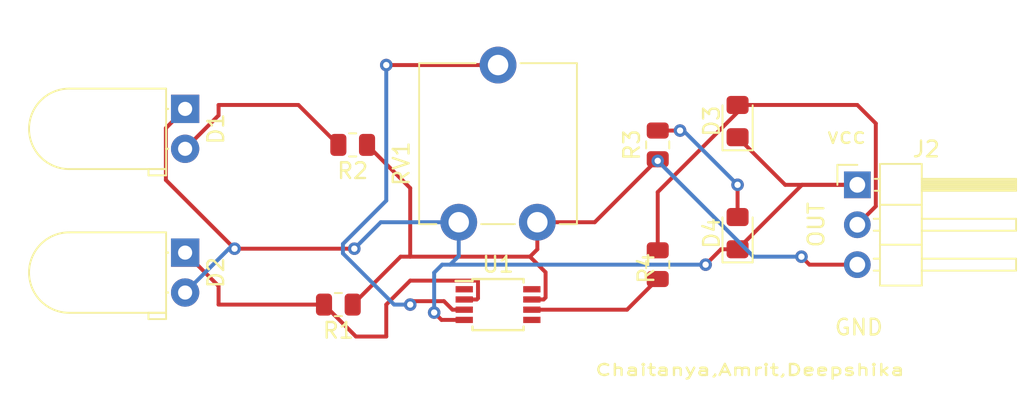
<source format=kicad_pcb>
(kicad_pcb (version 20221018) (generator pcbnew)
  (layers (0 "F.Cu" signal) (31 "B.Cu" signal) (34 "B.Paste" user) (35 "F.Paste" user) (36 "B.SilkS" user "B.Silkscreen") (37 "F.SilkS" user "F.Silkscreen") (38 "B.Mask" user) (39 "F.Mask" user) (44 "Edge.Cuts" user))
  (net 0 "")
  (net 1 "Net-(D1-K)")
  (net 2 "Net-(D1-A)")
  (net 3 "Net-(D2-K)")
  (net 4 "Net-(D3-A)")
  (net 5 "Net-(D4-A)")
  (net 6 "Net-(J2-Pin_3)")
  (net 7 "Net-(R4-Pad1)")
  (net 8 "Net-(U1-+)")
  (footprint "LED_THT:LED_D5.0mm_Horizontal_O1.27mm_Z3.0mm" (layer "F.Cu") (at 124.871 80.513 -90)
    (fp_text reference "D2" (at 1.27 -1.96 90) (layer "F.SilkS"))
    (fp_text value "D_Photo")
    (fp_line (start -1.29 1.21) (end -1.29 7.37) (stroke (width 0.12)) (layer "F.SilkS"))
    (fp_line (start -1.29 1.21) (end 3.83 1.21) (stroke (width 0.12)) (layer "F.SilkS"))
    (fp_line (start 0 1.08) (end 0 1.08) (stroke (width 0.12)) (layer "F.SilkS"))
    (fp_line (start 0 1.08) (end 0 1.21) (stroke (width 0.12)) (layer "F.SilkS"))
    (fp_line (start 0 1.21) (end 0 1.08) (stroke (width 0.12)) (layer "F.SilkS"))
    (fp_line (start 0 1.21) (end 0 1.21) (stroke (width 0.12)) (layer "F.SilkS"))
    (fp_line (start 2.54 1.08) (end 2.54 1.08) (stroke (width 0.12)) (layer "F.SilkS"))
    (fp_line (start 2.54 1.08) (end 2.54 1.21) (stroke (width 0.12)) (layer "F.SilkS"))
    (fp_line (start 2.54 1.21) (end 2.54 1.08) (stroke (width 0.12)) (layer "F.SilkS"))
    (fp_line (start 2.54 1.21) (end 2.54 1.21) (stroke (width 0.12)) (layer "F.SilkS"))
    (fp_line (start 3.83 1.21) (end 3.83 7.37) (stroke (width 0.12)) (layer "F.SilkS"))
    (fp_line (start 3.83 1.21) (end 4.23 1.21) (stroke (width 0.12)) (layer "F.SilkS"))
    (fp_line (start 3.83 2.33) (end 3.83 1.21) (stroke (width 0.12)) (layer "F.SilkS"))
    (fp_line (start 4.23 1.21) (end 4.23 2.33) (stroke (width 0.12)) (layer "F.SilkS"))
    (fp_line (start 4.23 2.33) (end 3.83 2.33) (stroke (width 0.12)) (layer "F.SilkS"))
    (fp_arc (start 3.83 7.37) (mid 1.27 9.93) (end -1.29 7.37) (stroke (width 0.12)) (layer "F.SilkS"))
    (pad "1" thru_hole rect (at 0 0 270) (size 1.8 1.8) (drill 0.9) (layers "*.Cu" "*.Mask") (net 3 "Net-(D2-K)"))
    (pad "2" thru_hole circle (at 2.54 0 270) (size 1.8 1.8) (drill 0.9) (layers "*.Cu" "*.Mask") (net 1 "Net-(D1-K)"))
  )
  (footprint "LED_SMD:LED_0805_2012Metric_Pad1.15x1.40mm_HandSolder" (layer "F.Cu") (at 160.02 72.145 90)
    (fp_text reference "D3" (at 0 -1.65 90) (layer "F.SilkS"))
    (fp_text value "OUT_LED")
    (fp_line (start -1.86 -0.96) (end -1.86 0.96) (stroke (width 0.12)) (layer "F.SilkS"))
    (fp_line (start -1.86 0.96) (end 1 0.96) (stroke (width 0.12)) (layer "F.SilkS"))
    (fp_line (start 1 -0.96) (end -1.86 -0.96) (stroke (width 0.12)) (layer "F.SilkS"))
    (pad "1" smd roundrect (at -1.025 0 90) (size 1.15 1.4) (layers "F.Cu" "F.Paste" "F.Mask") (roundrect_rratio 0.217391) (net 1 "Net-(D1-K)"))
    (pad "2" smd roundrect (at 1.025 0 90) (size 1.15 1.4) (layers "F.Cu" "F.Paste" "F.Mask") (roundrect_rratio 0.217391) (net 4 "Net-(D3-A)"))
  )
  (footprint "Resistor_SMD:R_0805_2012Metric" (layer "F.Cu") (at 154.94 73.66 90)
    (fp_text reference "R3" (at 0 -1.65 90) (layer "F.SilkS"))
    (fp_text value "330")
    (fp_line (start -0.227064 -0.735) (end 0.227064 -0.735) (stroke (width 0.12)) (layer "F.SilkS"))
    (fp_line (start -0.227064 0.735) (end 0.227064 0.735) (stroke (width 0.12)) (layer "F.SilkS"))
    (pad "1" smd roundrect (at -0.9125 0 90) (size 1.025 1.4) (layers "F.Cu" "F.Paste" "F.Mask") (roundrect_rratio 0.243902) (net 6 "Net-(J2-Pin_3)"))
    (pad "2" smd roundrect (at 0.9125 0 90) (size 1.025 1.4) (layers "F.Cu" "F.Paste" "F.Mask") (roundrect_rratio 0.243902) (net 5 "Net-(D4-A)"))
  )
  (footprint "Resistor_SMD:R_0805_2012Metric" (layer "F.Cu") (at 135.5325 73.66 180)
    (fp_text reference "R2" (at 0 -1.65) (layer "F.SilkS"))
    (fp_text value "330")
    (fp_line (start -0.227064 -0.735) (end 0.227064 -0.735) (stroke (width 0.12)) (layer "F.SilkS"))
    (fp_line (start -0.227064 0.735) (end 0.227064 0.735) (stroke (width 0.12)) (layer "F.SilkS"))
    (pad "1" smd roundrect (at -0.9125 0 180) (size 1.025 1.4) (layers "F.Cu" "F.Paste" "F.Mask") (roundrect_rratio 0.243902) (net 6 "Net-(J2-Pin_3)"))
    (pad "2" smd roundrect (at 0.9125 0 180) (size 1.025 1.4) (layers "F.Cu" "F.Paste" "F.Mask") (roundrect_rratio 0.243902) (net 2 "Net-(D1-A)"))
  )
  (footprint "Package_SO:TSSOP-8_3x3mm_P0.65mm" (layer "F.Cu") (at 144.78 83.82)
    (fp_text reference "U1" (at 0 -2.55) (layer "F.SilkS"))
    (fp_text value "LM741")
    (fp_line (start -1.625 -1.625) (end -1.625 -1.5) (stroke (width 0.15)) (layer "F.SilkS"))
    (fp_line (start -1.625 -1.625) (end 1.625 -1.625) (stroke (width 0.15)) (layer "F.SilkS"))
    (fp_line (start -1.625 -1.5) (end -2.7 -1.5) (stroke (width 0.15)) (layer "F.SilkS"))
    (fp_line (start -1.625 1.625) (end -1.625 1.4) (stroke (width 0.15)) (layer "F.SilkS"))
    (fp_line (start -1.625 1.625) (end 1.625 1.625) (stroke (width 0.15)) (layer "F.SilkS"))
    (fp_line (start 1.625 -1.625) (end 1.625 -1.4) (stroke (width 0.15)) (layer "F.SilkS"))
    (fp_line (start 1.625 1.625) (end 1.625 1.4) (stroke (width 0.15)) (layer "F.SilkS"))
    (pad "1" smd rect (at -2.15 -0.975) (size 1.1 0.4) (layers "F.Cu" "F.Paste" "F.Mask"))
    (pad "2" smd rect (at -2.15 -0.325) (size 1.1 0.4) (layers "F.Cu" "F.Paste" "F.Mask") (net 3 "Net-(D2-K)"))
    (pad "3" smd rect (at -2.15 0.325) (size 1.1 0.4) (layers "F.Cu" "F.Paste" "F.Mask") (net 8 "Net-(U1-+)"))
    (pad "4" smd rect (at -2.15 0.975) (size 1.1 0.4) (layers "F.Cu" "F.Paste" "F.Mask") (net 1 "Net-(D1-K)"))
    (pad "5" smd rect (at 2.15 0.975) (size 1.1 0.4) (layers "F.Cu" "F.Paste" "F.Mask"))
    (pad "6" smd rect (at 2.15 0.325) (size 1.1 0.4) (layers "F.Cu" "F.Paste" "F.Mask") (net 7 "Net-(R4-Pad1)"))
    (pad "7" smd rect (at 2.15 -0.325) (size 1.1 0.4) (layers "F.Cu" "F.Paste" "F.Mask") (net 6 "Net-(J2-Pin_3)"))
    (pad "8" smd rect (at 2.15 -0.975) (size 1.1 0.4) (layers "F.Cu" "F.Paste" "F.Mask"))
  )
  (footprint "LED_SMD:LED_0805_2012Metric_Pad1.15x1.40mm_HandSolder" (layer "F.Cu") (at 160.02 79.275 90)
    (fp_text reference "D4" (at 0 -1.65 90) (layer "F.SilkS"))
    (fp_text value "PWR_LED")
    (fp_line (start -1.86 -0.96) (end -1.86 0.96) (stroke (width 0.12)) (layer "F.SilkS"))
    (fp_line (start -1.86 0.96) (end 1 0.96) (stroke (width 0.12)) (layer "F.SilkS"))
    (fp_line (start 1 -0.96) (end -1.86 -0.96) (stroke (width 0.12)) (layer "F.SilkS"))
    (pad "1" smd roundrect (at -1.025 0 90) (size 1.15 1.4) (layers "F.Cu" "F.Paste" "F.Mask") (roundrect_rratio 0.217391) (net 1 "Net-(D1-K)"))
    (pad "2" smd roundrect (at 1.025 0 90) (size 1.15 1.4) (layers "F.Cu" "F.Paste" "F.Mask") (roundrect_rratio 0.217391) (net 5 "Net-(D4-A)"))
  )
  (footprint "Connector_PinHeader_2.54mm:PinHeader_1x03_P2.54mm_Horizontal" (layer "F.Cu") (at 167.64 76.2)
    (fp_text reference "J2" (at 4.385 -2.27) (layer "F.SilkS"))
    (fp_text value "Conn_01x03_Pin")
    (fp_line (start -1.27 -1.27) (end 0 -1.27) (stroke (width 0.12)) (layer "F.SilkS"))
    (fp_line (start -1.27 0) (end -1.27 -1.27) (stroke (width 0.12)) (layer "F.SilkS"))
    (fp_line (start 1.042929 2.16) (end 1.44 2.16) (stroke (width 0.12)) (layer "F.SilkS"))
    (fp_line (start 1.042929 2.92) (end 1.44 2.92) (stroke (width 0.12)) (layer "F.SilkS"))
    (fp_line (start 1.042929 4.7) (end 1.44 4.7) (stroke (width 0.12)) (layer "F.SilkS"))
    (fp_line (start 1.042929 5.46) (end 1.44 5.46) (stroke (width 0.12)) (layer "F.SilkS"))
    (fp_line (start 1.11 -0.38) (end 1.44 -0.38) (stroke (width 0.12)) (layer "F.SilkS"))
    (fp_line (start 1.11 0.38) (end 1.44 0.38) (stroke (width 0.12)) (layer "F.SilkS"))
    (fp_line (start 1.44 -1.33) (end 1.44 6.41) (stroke (width 0.12)) (layer "F.SilkS"))
    (fp_line (start 1.44 1.27) (end 4.1 1.27) (stroke (width 0.12)) (layer "F.SilkS"))
    (fp_line (start 1.44 3.81) (end 4.1 3.81) (stroke (width 0.12)) (layer "F.SilkS"))
    (fp_line (start 1.44 6.41) (end 4.1 6.41) (stroke (width 0.12)) (layer "F.SilkS"))
    (fp_line (start 4.1 -1.33) (end 1.44 -1.33) (stroke (width 0.12)) (layer "F.SilkS"))
    (fp_line (start 4.1 -0.38) (end 10.1 -0.38) (stroke (width 0.12)) (layer "F.SilkS"))
    (fp_line (start 4.1 -0.32) (end 10.1 -0.32) (stroke (width 0.12)) (layer "F.SilkS"))
    (fp_line (start 4.1 -0.2) (end 10.1 -0.2) (stroke (width 0.12)) (layer "F.SilkS"))
    (fp_line (start 4.1 -0.08) (end 10.1 -0.08) (stroke (width 0.12)) (layer "F.SilkS"))
    (fp_line (start 4.1 0.04) (end 10.1 0.04) (stroke (width 0.12)) (layer "F.SilkS"))
    (fp_line (start 4.1 0.16) (end 10.1 0.16) (stroke (width 0.12)) (layer "F.SilkS"))
    (fp_line (start 4.1 0.28) (end 10.1 0.28) (stroke (width 0.12)) (layer "F.SilkS"))
    (fp_line (start 4.1 2.16) (end 10.1 2.16) (stroke (width 0.12)) (layer "F.SilkS"))
    (fp_line (start 4.1 4.7) (end 10.1 4.7) (stroke (width 0.12)) (layer "F.SilkS"))
    (fp_line (start 4.1 6.41) (end 4.1 -1.33) (stroke (width 0.12)) (layer "F.SilkS"))
    (fp_line (start 10.1 -0.38) (end 10.1 0.38) (stroke (width 0.12)) (layer "F.SilkS"))
    (fp_line (start 10.1 0.38) (end 4.1 0.38) (stroke (width 0.12)) (layer "F.SilkS"))
    (fp_line (start 10.1 2.16) (end 10.1 2.92) (stroke (width 0.12)) (layer "F.SilkS"))
    (fp_line (start 10.1 2.92) (end 4.1 2.92) (stroke (width 0.12)) (layer "F.SilkS"))
    (fp_line (start 10.1 4.7) (end 10.1 5.46) (stroke (width 0.12)) (layer "F.SilkS"))
    (fp_line (start 10.1 5.46) (end 4.1 5.46) (stroke (width 0.12)) (layer "F.SilkS"))
    (pad "1" thru_hole rect (at 0 0) (size 1.7 1.7) (drill 1) (layers "*.Cu" "*.Mask") (net 1 "Net-(D1-K)"))
    (pad "2" thru_hole oval (at 0 2.54) (size 1.7 1.7) (drill 1) (layers "*.Cu" "*.Mask") (net 4 "Net-(D3-A)"))
    (pad "3" thru_hole oval (at 0 5.08) (size 1.7 1.7) (drill 1) (layers "*.Cu" "*.Mask") (net 6 "Net-(J2-Pin_3)"))
  )
  (footprint "LED_THT:LED_D5.0mm_Horizontal_O1.27mm_Z3.0mm" (layer "F.Cu") (at 124.871 71.369 -90)
    (fp_text reference "D1" (at 1.27 -1.96 90) (layer "F.SilkS"))
    (fp_text value "IR_LED")
    (fp_line (start -1.29 1.21) (end -1.29 7.37) (stroke (width 0.12)) (layer "F.SilkS"))
    (fp_line (start -1.29 1.21) (end 3.83 1.21) (stroke (width 0.12)) (layer "F.SilkS"))
    (fp_line (start 0 1.08) (end 0 1.08) (stroke (width 0.12)) (layer "F.SilkS"))
    (fp_line (start 0 1.08) (end 0 1.21) (stroke (width 0.12)) (layer "F.SilkS"))
    (fp_line (start 0 1.21) (end 0 1.08) (stroke (width 0.12)) (layer "F.SilkS"))
    (fp_line (start 0 1.21) (end 0 1.21) (stroke (width 0.12)) (layer "F.SilkS"))
    (fp_line (start 2.54 1.08) (end 2.54 1.08) (stroke (width 0.12)) (layer "F.SilkS"))
    (fp_line (start 2.54 1.08) (end 2.54 1.21) (stroke (width 0.12)) (layer "F.SilkS"))
    (fp_line (start 2.54 1.21) (end 2.54 1.08) (stroke (width 0.12)) (layer "F.SilkS"))
    (fp_line (start 2.54 1.21) (end 2.54 1.21) (stroke (width 0.12)) (layer "F.SilkS"))
    (fp_line (start 3.83 1.21) (end 3.83 7.37) (stroke (width 0.12)) (layer "F.SilkS"))
    (fp_line (start 3.83 1.21) (end 4.23 1.21) (stroke (width 0.12)) (layer "F.SilkS"))
    (fp_line (start 3.83 2.33) (end 3.83 1.21) (stroke (width 0.12)) (layer "F.SilkS"))
    (fp_line (start 4.23 1.21) (end 4.23 2.33) (stroke (width 0.12)) (layer "F.SilkS"))
    (fp_line (start 4.23 2.33) (end 3.83 2.33) (stroke (width 0.12)) (layer "F.SilkS"))
    (fp_arc (start 3.83 7.37) (mid 1.27 9.93) (end -1.29 7.37) (stroke (width 0.12)) (layer "F.SilkS"))
    (pad "1" thru_hole rect (at 0 0 270) (size 1.8 1.8) (drill 0.9) (layers "*.Cu" "*.Mask") (net 1 "Net-(D1-K)"))
    (pad "2" thru_hole circle (at 2.54 0 270) (size 1.8 1.8) (drill 0.9) (layers "*.Cu" "*.Mask") (net 2 "Net-(D1-A)"))
  )
  (footprint "Resistor_SMD:R_0805_2012Metric" (layer "F.Cu") (at 134.62 83.82 180)
    (fp_text reference "R1" (at 0 -1.65) (layer "F.SilkS"))
    (fp_text value "330")
    (fp_line (start -0.227064 -0.735) (end 0.227064 -0.735) (stroke (width 0.12)) (layer "F.SilkS"))
    (fp_line (start -0.227064 0.735) (end 0.227064 0.735) (stroke (width 0.12)) (layer "F.SilkS"))
    (pad "1" smd roundrect (at -0.9125 0 180) (size 1.025 1.4) (layers "F.Cu" "F.Paste" "F.Mask") (roundrect_rratio 0.243902) (net 6 "Net-(J2-Pin_3)"))
    (pad "2" smd roundrect (at 0.9125 0 180) (size 1.025 1.4) (layers "F.Cu" "F.Paste" "F.Mask") (roundrect_rratio 0.243902) (net 3 "Net-(D2-K)"))
  )
  (footprint "Potentiometer_THT:Potentiometer_ACP_CA9-V10_Vertical" (layer "F.Cu") (at 147.28 78.58 90)
    (fp_text reference "RV1" (at 3.73 -8.65 90) (layer "F.SilkS"))
    (fp_text value "10k_Potentiometer")
    (fp_line (start -0.12 -7.521) (end -0.12 -6.426) (stroke (width 0.12)) (layer "F.SilkS"))
    (fp_line (start -0.12 -7.521) (end 10.12 -7.521) (stroke (width 0.12)) (layer "F.SilkS"))
    (fp_line (start -0.12 -3.574) (end -0.12 -1.425) (stroke (width 0.12)) (layer "F.SilkS"))
    (fp_line (start -0.12 1.425) (end -0.12 2.52) (stroke (width 0.12)) (layer "F.SilkS"))
    (fp_line (start -0.12 2.52) (end 10.12 2.52) (stroke (width 0.12)) (layer "F.SilkS"))
    (fp_line (start 10.12 -7.521) (end 10.12 -3.925) (stroke (width 0.12)) (layer "F.SilkS"))
    (fp_line (start 10.12 -1.075) (end 10.12 2.52) (stroke (width 0.12)) (layer "F.SilkS"))
    (pad "1" thru_hole circle (at 0 0 90) (size 2.34 2.34) (drill 1.3) (layers "*.Cu" "*.Mask") (net 6 "Net-(J2-Pin_3)"))
    (pad "2" thru_hole circle (at 10 -2.5 90) (size 2.34 2.34) (drill 1.3) (layers "*.Cu" "*.Mask") (net 8 "Net-(U1-+)"))
    (pad "3" thru_hole circle (at 0 -5 90) (size 2.34 2.34) (drill 1.3) (layers "*.Cu" "*.Mask") (net 1 "Net-(D1-K)"))
  )
  (footprint "Resistor_SMD:R_0805_2012Metric" (layer "F.Cu") (at 154.94 81.28 90)
    (fp_text reference "R4" (at -0.227064 -0.735 90) (layer "F.SilkS"))
    (fp_text value "100")
    (fp_line (start -0.227064 -0.735) (end 0.227064 -0.735) (stroke (width 0.12)) (layer "F.SilkS"))
    (fp_line (start -0.227064 0.735) (end 0.227064 0.735) (stroke (width 0.12)) (layer "F.SilkS"))
    (pad "1" smd roundrect (at -0.9125 0 90) (size 1.025 1.4) (layers "F.Cu" "F.Paste" "F.Mask") (roundrect_rratio 0.243902) (net 7 "Net-(R4-Pad1)"))
    (pad "2" smd roundrect (at 0.9125 0 90) (size 1.025 1.4) (layers "F.Cu" "F.Paste" "F.Mask") (roundrect_rratio 0.243902) (net 4 "Net-(D3-A)"))
  )
  (gr_text "Chaitanya,Amrit,Deepshika" (at 150.876 88.392) (layer "F.SilkS") (effects (font (size 0.7 1)) (justify left bottom)))
  (gr_text "GND\n" (at 166.116 85.852) (layer "F.SilkS") (effects (font (size 1 1)) (justify left bottom)))
  (gr_text "vcc" (at 165.608 73.66) (layer "F.SilkS") (effects (font (size 1 1)) (justify left bottom)))
  (gr_text "OUT" (at 165.608 80.264 90) (layer "F.SilkS") (effects (font (size 1 1)) (justify left bottom)))
  (segment (start 160.02 80.3) (end 158.968 80.3) (width 0.25) (layer "F.Cu") (net 1))
  (segment (start 163.05 76.2) (end 167.64 76.2) (width 0.25) (layer "F.Cu") (net 1))
  (segment (start 160.02 80.3) (end 164.12 76.2) (width 0.25) (layer "F.Cu") (net 1))
  (segment (start 128.016 80.264) (end 123.646 75.894) (width 0.25) (layer "F.Cu") (net 1))
  (segment (start 123.646 72.594) (end 124.871 71.369) (width 0.25) (layer "F.Cu") (net 1))
  (segment (start 164.12 76.2) (end 167.64 76.2) (width 0.25) (layer "F.Cu") (net 1))
  (segment (start 141.183 84.795) (end 142.63 84.795) (width 0.25) (layer "F.Cu") (net 1))
  (segment (start 158.968 80.3) (end 157.988 81.28) (width 0.25) (layer "F.Cu") (net 1))
  (segment (start 123.646 75.894) (end 123.646 72.594) (width 0.25) (layer "F.Cu") (net 1))
  (segment (start 128.016 80.264) (end 135.636 80.264) (width 0.25) (layer "F.Cu") (net 1))
  (segment (start 160.02 73.17) (end 163.05 76.2) (width 0.25) (layer "F.Cu") (net 1))
  (segment (start 140.716 84.328) (end 141.183 84.795) (width 0.25) (layer "F.Cu") (net 1))
  (via (at 135.636 80.264) (size 0.8) (drill 0.4) (layers "F.Cu" "B.Cu") (net 1))
  (via (at 157.988 81.28) (size 0.8) (drill 0.4) (layers "F.Cu" "B.Cu") (net 1))
  (via (at 140.716 84.328) (size 0.8) (drill 0.4) (layers "F.Cu" "B.Cu") (net 1))
  (via (at 128.016 80.264) (size 0.8) (drill 0.4) (layers "F.Cu" "B.Cu") (net 1))
  (segment (start 157.988 81.28) (end 141.732 81.28) (width 0.25) (layer "B.Cu") (net 1))
  (segment (start 142.28 80.732) (end 142.28 78.58) (width 0.25) (layer "B.Cu") (net 1))
  (segment (start 135.636 80.264) (end 137.32 78.58) (width 0.25) (layer "B.Cu") (net 1))
  (segment (start 127.66 80.264) (end 124.871 83.053) (width 0.25) (layer "B.Cu") (net 1))
  (segment (start 141.732 81.28) (end 142.28 80.732) (width 0.25) (layer "B.Cu") (net 1))
  (segment (start 140.716 81.788) (end 140.716 84.328) (width 0.25) (layer "B.Cu") (net 1))
  (segment (start 141.224 81.28) (end 140.716 81.788) (width 0.25) (layer "B.Cu") (net 1))
  (segment (start 137.32 78.58) (end 142.28 78.58) (width 0.25) (layer "B.Cu") (net 1))
  (segment (start 141.732 81.28) (end 141.224 81.28) (width 0.25) (layer "B.Cu") (net 1))
  (segment (start 128.016 80.264) (end 127.66 80.264) (width 0.25) (layer "B.Cu") (net 1))
  (segment (start 127 71.12) (end 132.08 71.12) (width 0.25) (layer "F.Cu") (net 2))
  (segment (start 127 71.78) (end 124.871 73.909) (width 0.25) (layer "F.Cu") (net 2))
  (segment (start 127 71.12) (end 127 71.78) (width 0.25) (layer "F.Cu") (net 2))
  (segment (start 132.08 71.12) (end 134.62 73.66) (width 0.25) (layer "F.Cu") (net 2))
  (segment (start 127 83.82) (end 127 82.642) (width 0.25) (layer "F.Cu") (net 3))
  (segment (start 127 82.642) (end 124.871 80.513) (width 0.25) (layer "F.Cu") (net 3))
  (segment (start 135.7395 85.852) (end 137.668 85.852) (width 0.25) (layer "F.Cu") (net 3))
  (segment (start 137.668 85.852) (end 137.668 83.82) (width 0.25) (layer "F.Cu") (net 3))
  (segment (start 143.481 82.296) (end 143.505 82.32) (width 0.25) (layer "F.Cu") (net 3))
  (segment (start 143.505 82.32) (end 143.505 83.42) (width 0.25) (layer "F.Cu") (net 3))
  (segment (start 143.505 83.42) (end 143.43 83.495) (width 0.25) (layer "F.Cu") (net 3))
  (segment (start 127 83.82) (end 133.7075 83.82) (width 0.25) (layer "F.Cu") (net 3))
  (segment (start 137.668 83.82) (end 139.192 82.296) (width 0.25) (layer "F.Cu") (net 3))
  (segment (start 139.192 82.296) (end 143.481 82.296) (width 0.25) (layer "F.Cu") (net 3))
  (segment (start 133.7075 83.82) (end 135.7395 85.852) (width 0.25) (layer "F.Cu") (net 3))
  (segment (start 143.43 83.495) (end 142.63 83.495) (width 0.25) (layer "F.Cu") (net 3))
  (segment (start 167.64 78.74) (end 168.815 77.565) (width 0.25) (layer "F.Cu") (net 4))
  (segment (start 168.815 72.295) (end 167.64 71.12) (width 0.25) (layer "F.Cu") (net 4))
  (segment (start 167.64 71.12) (end 160.02 71.12) (width 0.25) (layer "F.Cu") (net 4))
  (segment (start 154.94 80.3675) (end 154.94 76.661827) (width 0.25) (layer "F.Cu") (net 4))
  (segment (start 168.815 77.565) (end 168.815 72.295) (width 0.25) (layer "F.Cu") (net 4))
  (segment (start 154.94 76.661827) (end 160.02 71.581827) (width 0.25) (layer "F.Cu") (net 4))
  (segment (start 160.02 71.581827) (end 160.02 71.12) (width 0.25) (layer "F.Cu") (net 4))
  (segment (start 160.02 76.2) (end 160.02 78.25) (width 0.25) (layer "F.Cu") (net 5))
  (segment (start 156.464 72.644) (end 156.3605 72.7475) (width 0.25) (layer "F.Cu") (net 5))
  (segment (start 154.94 72.7475) (end 156.3605 72.7475) (width 0.25) (layer "F.Cu") (net 5))
  (via (at 160.02 76.2) (size 0.8) (drill 0.4) (layers "F.Cu" "B.Cu") (net 5))
  (via (at 156.3605 72.7475) (size 0.8) (drill 0.4) (layers "F.Cu" "B.Cu") (net 5))
  (segment (start 156.3605 72.7475) (end 156.464 72.644) (width 0.25) (layer "B.Cu") (net 5))
  (segment (start 156.464 72.644) (end 160.02 76.2) (width 0.25) (layer "B.Cu") (net 5))
  (segment (start 146.812 80.772) (end 147.28 80.304) (width 0.25) (layer "F.Cu") (net 6))
  (segment (start 138.5805 80.772) (end 139.192 80.772) (width 0.25) (layer "F.Cu") (net 6))
  (segment (start 164.084 80.772) (end 164.592 81.28) (width 0.25) (layer "F.Cu") (net 6))
  (segment (start 147.805 81.765) (end 147.805 83.37) (width 0.25) (layer "F.Cu") (net 6))
  (segment (start 136.445 73.66) (end 139.192 76.407) (width 0.25) (layer "F.Cu") (net 6))
  (segment (start 164.592 81.28) (end 167.64 81.28) (width 0.25) (layer "F.Cu") (net 6))
  (segment (start 147.805 83.37) (end 147.68 83.495) (width 0.25) (layer "F.Cu") (net 6))
  (segment (start 146.812 80.772) (end 147.805 81.765) (width 0.25) (layer "F.Cu") (net 6))
  (segment (start 135.5325 83.82) (end 138.5805 80.772) (width 0.25) (layer "F.Cu") (net 6))
  (segment (start 139.192 80.772) (end 146.812 80.772) (width 0.25) (layer "F.Cu") (net 6))
  (segment (start 154.94 74.5725) (end 154.94 74.676) (width 0.25) (layer "F.Cu") (net 6))
  (segment (start 154.94 74.5725) (end 150.9325 78.58) (width 0.25) (layer "F.Cu") (net 6))
  (segment (start 150.9325 78.58) (end 147.28 78.58) (width 0.25) (layer "F.Cu") (net 6))
  (segment (start 139.192 76.407) (end 139.192 80.772) (width 0.25) (layer "F.Cu") (net 6))
  (segment (start 147.68 83.495) (end 146.93 83.495) (width 0.25) (layer "F.Cu") (net 6))
  (segment (start 147.28 80.304) (end 147.28 78.58) (width 0.25) (layer "F.Cu") (net 6))
  (via (at 164.084 80.772) (size 0.8) (drill 0.4) (layers "F.Cu" "B.Cu") (net 6))
  (via (at 154.94 74.676) (size 0.8) (drill 0.4) (layers "F.Cu" "B.Cu") (net 6))
  (segment (start 154.94 74.676) (end 161.036 80.772) (width 0.25) (layer "B.Cu") (net 6))
  (segment (start 161.036 80.772) (end 164.084 80.772) (width 0.25) (layer "B.Cu") (net 6))
  (segment (start 152.9875 84.145) (end 146.93 84.145) (width 0.25) (layer "F.Cu") (net 7))
  (segment (start 154.94 82.1925) (end 152.9875 84.145) (width 0.25) (layer "F.Cu") (net 7))
  (segment (start 144.78 68.58) (end 137.668 68.58) (width 0.25) (layer "F.Cu") (net 8))
  (segment (start 139.192 83.82) (end 139.409 83.603) (width 0.25) (layer "F.Cu") (net 8))
  (segment (start 141.88 84.145) (end 142.63 84.145) (width 0.25) (layer "F.Cu") (net 8))
  (segment (start 141.338 83.603) (end 141.88 84.145) (width 0.25) (layer "F.Cu") (net 8))
  (segment (start 139.409 83.603) (end 141.338 83.603) (width 0.25) (layer "F.Cu") (net 8))
  (via (at 137.668 68.58) (size 0.8) (drill 0.4) (layers "F.Cu" "B.Cu") (net 8))
  (via (at 139.192 83.82) (size 0.8) (drill 0.4) (layers "F.Cu" "B.Cu") (net 8))
  (segment (start 134.911 80.564305) (end 138.166695 83.82) (width 0.25) (layer "B.Cu") (net 8))
  (segment (start 137.668 68.58) (end 137.668 77.206695) (width 0.25) (layer "B.Cu") (net 8))
  (segment (start 137.668 77.206695) (end 134.911 79.963695) (width 0.25) (layer "B.Cu") (net 8))
  (segment (start 138.166695 83.82) (end 139.192 83.82) (width 0.25) (layer "B.Cu") (net 8))
  (segment (start 134.911 79.963695) (end 134.911 80.564305) (width 0.25) (layer "B.Cu") (net 8))
)
</source>
